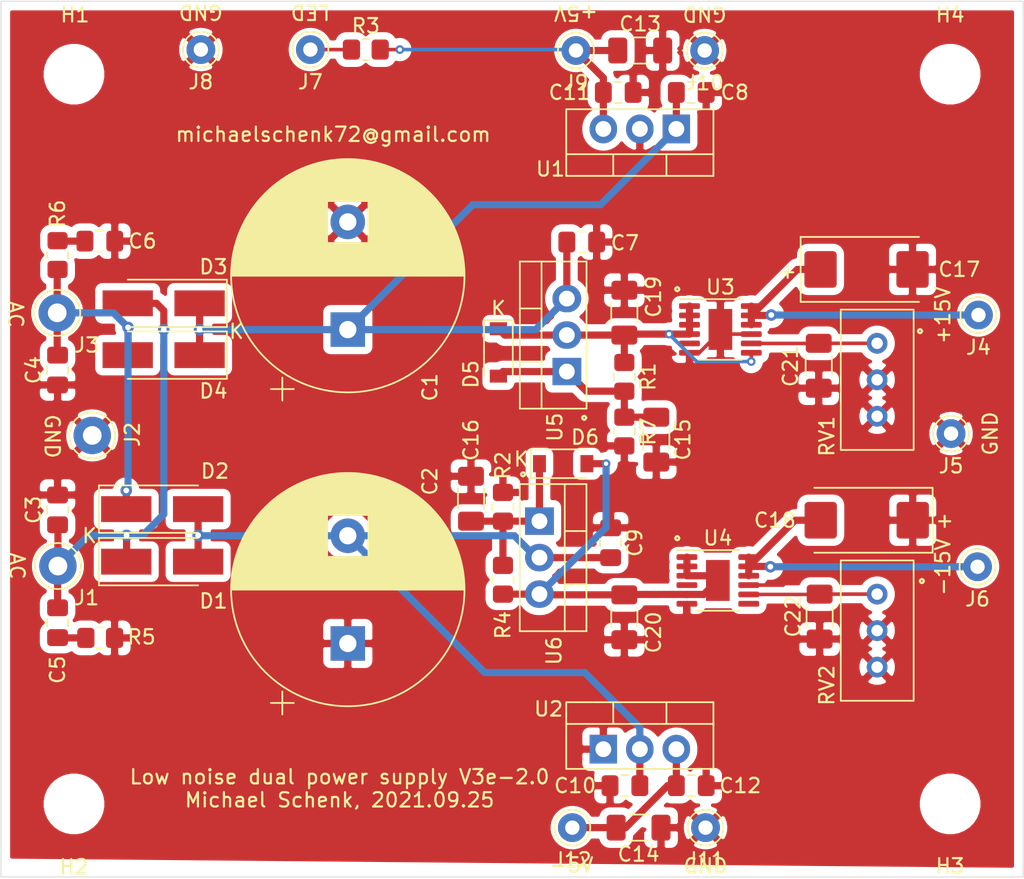
<source format=kicad_pcb>
(kicad_pcb (version 20171130) (host pcbnew "(5.1.10-0-10_14)")
  (layers (0 F.Cu signal) (31 B.Cu signal) (34 B.Paste user) (35 F.Paste user) (36 B.SilkS user) (37 F.SilkS user) (38 B.Mask user) (39 F.Mask user) (44 Edge.Cuts user))
  (net 0 "")
  (net 1 GND)
  (net 2 "Net-(C1-Pad1)")
  (net 3 "Net-(C4-Pad2)")
  (net 4 "Net-(C10-Pad2)")
  (net 5 "Net-(C11-Pad1)")
  (net 6 "Net-(C12-Pad2)")
  (net 7 "Net-(J7-Pad1)")
  (net 8 "Net-(C17-Pad1)")
  (net 9 "Net-(C18-Pad2)")
  (net 10 "Net-(C3-Pad1)")
  (net 11 "Net-(C5-Pad2)")
  (net 12 "Net-(C6-Pad2)")
  (net 13 "Net-(C19-Pad1)")
  (net 14 "Net-(C20-Pad2)")
  (net 15 "Net-(C21-Pad1)")
  (net 16 "Net-(C22-Pad2)")
  (net 17 "Net-(C15-Pad1)")
  (net 18 "Net-(C16-Pad2)")
  (module Connector_Pin:Pin_D1.0mm_L10.0mm (layer F.Cu) (at 148.0185 49.784)
    (fp_text reference J4 (at 0 2.25) (layer F.SilkS))
    (fp_text value +15V)
    (pad 1 thru_hole circle (at 0 0) (size 2 2) (drill 1) (layers *.Cu *.Mask) (net 8 "Net-(C17-Pad1)"))
  )
  (module Diode_SMD:D_SOD-123 (layer F.Cu) (at 119.125 60.1345)
    (fp_text reference D6 (at 1.525 -1.8415) (layer F.SilkS))
    (fp_text value 1N4148W)
    (pad 2 smd rect (at 1.65 0) (size 0.9 1.2) (layers F.Cu F.Paste F.Mask) (net 14 "Net-(C20-Pad2)"))
    (pad 1 smd rect (at -1.65 0) (size 0.9 1.2) (layers F.Cu F.Paste F.Mask) (net 18 "Net-(C16-Pad2)"))
  )
  (module Diode_SMD:D_SOD-123 (layer F.Cu) (at 114.6175 52.3885 270)
    (fp_text reference D5 (at 1.523 1.905 90) (layer F.SilkS))
    (fp_text value 1N4148W)
    (pad 2 smd rect (at 1.65 0 270) (size 0.9 1.2) (layers F.Cu F.Paste F.Mask) (net 17 "Net-(C15-Pad1)"))
    (pad 1 smd rect (at -1.65 0 270) (size 0.9 1.2) (layers F.Cu F.Paste F.Mask) (net 13 "Net-(C19-Pad1)"))
  )
  (module Capacitor_SMD:C_1206_3216Metric_Pad1.33x1.80mm_HandSolder (layer F.Cu) (at 112.7125 62.5725 270)
    (fp_text reference C16 (at -4.089 0 90) (layer F.SilkS))
    (fp_text value 4.7uF/50V)
    (pad 2 smd roundrect (at 1.5625 0 270) (size 1.325 1.8) (layers F.Cu F.Paste F.Mask) (roundrect_rratio 0.188679) (net 18 "Net-(C16-Pad2)"))
    (pad 1 smd roundrect (at -1.5625 0 270) (size 1.325 1.8) (layers F.Cu F.Paste F.Mask) (roundrect_rratio 0.188679) (net 1 GND))
  )
  (module Capacitor_SMD:C_1206_3216Metric_Pad1.33x1.80mm_HandSolder (layer F.Cu) (at 125.603 58.4585 270)
    (fp_text reference C15 (at 0 -1.85 90) (layer F.SilkS))
    (fp_text value 4.7uF/50V)
    (pad 2 smd roundrect (at 1.5625 0 270) (size 1.325 1.8) (layers F.Cu F.Paste F.Mask) (roundrect_rratio 0.188679) (net 1 GND))
    (pad 1 smd roundrect (at -1.5625 0 270) (size 1.325 1.8) (layers F.Cu F.Paste F.Mask) (roundrect_rratio 0.188679) (net 17 "Net-(C15-Pad1)"))
  )
  (module Connector_Pin:Pin_D1.0mm_L10.0mm (layer F.Cu) (at 119.761 85.471)
    (fp_text reference J12 (at 0 2.25) (layer F.SilkS))
    (fp_text value -5V)
    (pad 1 thru_hole circle (at 0 0) (size 2 2) (drill 1) (layers *.Cu *.Mask) (net 6 "Net-(C12-Pad2)"))
  )
  (module Connector_Pin:Pin_D1.0mm_L10.0mm (layer F.Cu) (at 129.032 85.471)
    (fp_text reference J11 (at 0 2.25) (layer F.SilkS))
    (fp_text value GND)
    (pad 1 thru_hole circle (at 0 0) (size 2 2) (drill 1) (layers *.Cu *.Mask) (net 1 GND))
  )
  (module Connector_Pin:Pin_D1.0mm_L10.0mm (layer F.Cu) (at 128.9685 31.369)
    (fp_text reference J10 (at 0 2.25) (layer F.SilkS))
    (fp_text value GND)
    (pad 1 thru_hole circle (at 0 0) (size 2 2) (drill 1) (layers *.Cu *.Mask) (net 1 GND))
  )
  (module Connector_Pin:Pin_D1.0mm_L10.0mm (layer F.Cu) (at 120.015 31.369)
    (fp_text reference J9 (at 0 2.25) (layer F.SilkS))
    (fp_text value +5V)
    (pad 1 thru_hole circle (at 0 0) (size 2 2) (drill 1) (layers *.Cu *.Mask) (net 5 "Net-(C11-Pad1)"))
  )
  (module Connector_Pin:Pin_D1.0mm_L10.0mm (layer F.Cu) (at 93.9165 31.3055)
    (fp_text reference J8 (at 0 2.25) (layer F.SilkS))
    (fp_text value GND)
    (pad 1 thru_hole circle (at 0 0) (size 2 2) (drill 1) (layers *.Cu *.Mask) (net 1 GND))
  )
  (module Connector_Pin:Pin_D1.0mm_L10.0mm (layer F.Cu) (at 101.5365 31.3055)
    (fp_text reference J7 (at 0 2.25) (layer F.SilkS))
    (fp_text value LED)
    (pad 1 thru_hole circle (at 0 0) (size 2 2) (drill 1) (layers *.Cu *.Mask) (net 7 "Net-(J7-Pad1)"))
  )
  (module Connector_Pin:Pin_D1.0mm_L10.0mm (layer F.Cu) (at 147.955 67.31)
    (fp_text reference J6 (at 0 2.25) (layer F.SilkS))
    (fp_text value -15V)
    (pad 1 thru_hole circle (at 0 0) (size 2 2) (drill 1) (layers *.Cu *.Mask) (net 9 "Net-(C18-Pad2)"))
  )
  (module Connector_Pin:Pin_D1.0mm_L10.0mm (layer F.Cu) (at 146.1135 58.039)
    (fp_text reference J5 (at 0 2.25) (layer F.SilkS))
    (fp_text value GND)
    (pad 1 thru_hole circle (at 0 0) (size 2 2) (drill 1) (layers *.Cu *.Mask) (net 1 GND))
  )
  (module Resistor_SMD:R_0805_2012Metric_Pad1.20x1.40mm_HandSolder (layer F.Cu) (at 114.935 68.215 270)
    (fp_text reference R4 (at 3.159 0 90) (layer F.SilkS))
    (fp_text value 270R)
    (pad 2 smd roundrect (at 1 0 270) (size 1.2 1.4) (layers F.Cu F.Paste F.Mask) (roundrect_rratio 0.2083325) (net 14 "Net-(C20-Pad2)"))
    (pad 1 smd roundrect (at -1 0 270) (size 1.2 1.4) (layers F.Cu F.Paste F.Mask) (roundrect_rratio 0.2083325) (net 18 "Net-(C16-Pad2)"))
  )
  (module Resistor_SMD:R_0805_2012Metric_Pad1.20x1.40mm_HandSolder (layer F.Cu) (at 114.935 63.135 270)
    (fp_text reference R2 (at -2.8735 0 90) (layer F.SilkS))
    (fp_text value 3k3)
    (pad 2 smd roundrect (at 1 0 270) (size 1.2 1.4) (layers F.Cu F.Paste F.Mask) (roundrect_rratio 0.2083325) (net 18 "Net-(C16-Pad2)"))
    (pad 1 smd roundrect (at -1 0 270) (size 1.2 1.4) (layers F.Cu F.Paste F.Mask) (roundrect_rratio 0.2083325) (net 1 GND))
  )
  (module Package_TO_SOT_THT:TO-220-3_Vertical (layer F.Cu) (at 117.475 64.135 270)
    (fp_text reference U6 (at 9.017 -1.016 90) (layer F.SilkS))
    (fp_text value LM337_TO220)
    (pad 3 thru_hole oval (at 5.08 0 270) (size 1.905 2) (drill 1.1) (layers *.Cu *.Mask) (net 14 "Net-(C20-Pad2)"))
    (pad 2 thru_hole oval (at 2.54 0 270) (size 1.905 2) (drill 1.1) (layers *.Cu *.Mask) (net 4 "Net-(C10-Pad2)"))
    (pad 1 thru_hole rect (at 0 0 270) (size 1.905 2) (drill 1.1) (layers *.Cu *.Mask) (net 18 "Net-(C16-Pad2)"))
  )
  (module Package_TO_SOT_THT:TO-220-3_Vertical (layer F.Cu) (at 119.38 53.721 90)
    (fp_text reference U5 (at -3.8735 -0.8255 90) (layer F.SilkS))
    (fp_text value LM317_TO-220)
    (pad 3 thru_hole oval (at 5.08 0 90) (size 1.905 2) (drill 1.1) (layers *.Cu *.Mask) (net 2 "Net-(C1-Pad1)"))
    (pad 2 thru_hole oval (at 2.54 0 90) (size 1.905 2) (drill 1.1) (layers *.Cu *.Mask) (net 13 "Net-(C19-Pad1)"))
    (pad 1 thru_hole rect (at 0 0 90) (size 1.905 2) (drill 1.1) (layers *.Cu *.Mask) (net 17 "Net-(C15-Pad1)"))
  )
  (module Resistor_SMD:R_0805_2012Metric_Pad1.20x1.40mm_HandSolder (layer F.Cu) (at 123.3805 57.896 270)
    (fp_text reference R7 (at 0 -1.65 90) (layer F.SilkS))
    (fp_text value 3k3)
    (pad 2 smd roundrect (at 1 0 270) (size 1.2 1.4) (layers F.Cu F.Paste F.Mask) (roundrect_rratio 0.2083325) (net 1 GND))
    (pad 1 smd roundrect (at -1 0 270) (size 1.2 1.4) (layers F.Cu F.Paste F.Mask) (roundrect_rratio 0.2083325) (net 17 "Net-(C15-Pad1)"))
  )
  (module Resistor_SMD:R_0805_2012Metric_Pad1.20x1.40mm_HandSolder (layer F.Cu) (at 123.3805 54.086 270)
    (fp_text reference R1 (at 0 -1.65 90) (layer F.SilkS))
    (fp_text value 270R)
    (pad 2 smd roundrect (at 1 0 270) (size 1.2 1.4) (layers F.Cu F.Paste F.Mask) (roundrect_rratio 0.2083325) (net 17 "Net-(C15-Pad1)"))
    (pad 1 smd roundrect (at -1 0 270) (size 1.2 1.4) (layers F.Cu F.Paste F.Mask) (roundrect_rratio 0.2083325) (net 13 "Net-(C19-Pad1)"))
  )
  (module Capacitor_SMD:C_1206_3216Metric_Pad1.33x1.80mm_HandSolder (layer F.Cu) (at 124.3715 85.471 180)
    (fp_text reference C14 (at 0 -1.85) (layer F.SilkS))
    (fp_text value 10uF/25V)
    (pad 2 smd roundrect (at 1.5625 0 180) (size 1.325 1.8) (layers F.Cu F.Paste F.Mask) (roundrect_rratio 0.1886777358490566) (net 6 "Net-(C12-Pad2)"))
    (pad 1 smd roundrect (at -1.5625 0 180) (size 1.325 1.8) (layers F.Cu F.Paste F.Mask) (roundrect_rratio 0.1886777358490566) (net 1 GND))
  )
  (module Capacitor_SMD:C_1206_3216Metric_Pad1.33x1.80mm_HandSolder (layer F.Cu) (at 124.485 31.369)
    (fp_text reference C13 (at 0 -1.85) (layer F.SilkS))
    (fp_text value 10uF/25V)
    (pad 2 smd roundrect (at 1.5625 0) (size 1.325 1.8) (layers F.Cu F.Paste F.Mask) (roundrect_rratio 0.1886777358490566) (net 1 GND))
    (pad 1 smd roundrect (at -1.5625 0) (size 1.325 1.8) (layers F.Cu F.Paste F.Mask) (roundrect_rratio 0.1886777358490566) (net 5 "Net-(C11-Pad1)"))
  )
  (module Capacitor_SMD:C_0805_2012Metric_Pad1.18x1.45mm_HandSolder (layer F.Cu) (at 122.9575 34.29)
    (fp_text reference C11 (at -3.387 0) (layer F.SilkS))
    (fp_text value 100nF)
    (pad 2 smd roundrect (at 1.0375 0) (size 1.175 1.45) (layers F.Cu F.Paste F.Mask) (roundrect_rratio 0.2127659574468085) (net 1 GND))
    (pad 1 smd roundrect (at -1.0375 0) (size 1.175 1.45) (layers F.Cu F.Paste F.Mask) (roundrect_rratio 0.2127659574468085) (net 5 "Net-(C11-Pad1)"))
  )
  (module Resistor_SMD:R_0805_2012Metric_Pad1.20x1.40mm_HandSolder (layer F.Cu) (at 83.947 45.609 270)
    (fp_text reference R6 (at -2.8735 0 90) (layer F.SilkS))
    (fp_text value Rs/1/8W)
    (pad 2 smd roundrect (at 1 0 270) (size 1.2 1.4) (layers F.Cu F.Paste F.Mask) (roundrect_rratio 0.2083325) (net 3 "Net-(C4-Pad2)"))
    (pad 1 smd roundrect (at -1 0 270) (size 1.2 1.4) (layers F.Cu F.Paste F.Mask) (roundrect_rratio 0.2083325) (net 12 "Net-(C6-Pad2)"))
  )
  (module Resistor_SMD:R_0805_2012Metric_Pad1.20x1.40mm_HandSolder (layer F.Cu) (at 86.9155 72.263)
    (fp_text reference R5 (at 2.8735 -0.0635) (layer F.SilkS))
    (fp_text value Rs/1/8W)
    (pad 2 smd roundrect (at 1 0) (size 1.2 1.4) (layers F.Cu F.Paste F.Mask) (roundrect_rratio 0.2083325) (net 1 GND))
    (pad 1 smd roundrect (at -1 0) (size 1.2 1.4) (layers F.Cu F.Paste F.Mask) (roundrect_rratio 0.2083325) (net 11 "Net-(C5-Pad2)"))
  )
  (module Capacitor_SMD:C_1206_3216Metric_Pad1.33x1.80mm_HandSolder (layer F.Cu) (at 136.9695 70.7775 90)
    (fp_text reference C22 (at 0 -1.85 90) (layer F.SilkS))
    (fp_text value 4.7uF/50V)
    (pad 2 smd roundrect (at 1.5625 0 90) (size 1.325 1.8) (layers F.Cu F.Paste F.Mask) (roundrect_rratio 0.1886777358490566) (net 16 "Net-(C22-Pad2)"))
    (pad 1 smd roundrect (at -1.5625 0 90) (size 1.325 1.8) (layers F.Cu F.Paste F.Mask) (roundrect_rratio 0.1886777358490566) (net 1 GND))
  )
  (module Capacitor_SMD:C_1206_3216Metric_Pad1.33x1.80mm_HandSolder (layer F.Cu) (at 136.906 53.315 270)
    (fp_text reference C21 (at 0.025 1.9685 90) (layer F.SilkS))
    (fp_text value 4.7uF/50V)
    (pad 2 smd roundrect (at 1.5625 0 270) (size 1.325 1.8) (layers F.Cu F.Paste F.Mask) (roundrect_rratio 0.1886777358490566) (net 1 GND))
    (pad 1 smd roundrect (at -1.5625 0 270) (size 1.325 1.8) (layers F.Cu F.Paste F.Mask) (roundrect_rratio 0.1886777358490566) (net 15 "Net-(C21-Pad1)"))
  )
  (module Capacitor_SMD:C_1206_3216Metric_Pad1.33x1.80mm_HandSolder (layer F.Cu) (at 123.3805 70.8275 90)
    (fp_text reference C20 (at -1.0545 2.032 90) (layer F.SilkS))
    (fp_text value 4.7uF/50V)
    (pad 2 smd roundrect (at 1.5625 0 90) (size 1.325 1.8) (layers F.Cu F.Paste F.Mask) (roundrect_rratio 0.1886777358490566) (net 14 "Net-(C20-Pad2)"))
    (pad 1 smd roundrect (at -1.5625 0 90) (size 1.325 1.8) (layers F.Cu F.Paste F.Mask) (roundrect_rratio 0.1886777358490566) (net 1 GND))
  )
  (module Capacitor_SMD:C_1206_3216Metric_Pad1.33x1.80mm_HandSolder (layer F.Cu) (at 123.3805 49.6185 90)
    (fp_text reference C19 (at 1.1045 2.032 90) (layer F.SilkS))
    (fp_text value 4.7uF/50V)
    (pad 2 smd roundrect (at 1.5625 0 90) (size 1.325 1.8) (layers F.Cu F.Paste F.Mask) (roundrect_rratio 0.1886777358490566) (net 1 GND))
    (pad 1 smd roundrect (at -1.5625 0 90) (size 1.325 1.8) (layers F.Cu F.Paste F.Mask) (roundrect_rratio 0.1886777358490566) (net 13 "Net-(C19-Pad1)"))
  )
  (module Capacitor_SMD:C_0805_2012Metric_Pad1.18x1.45mm_HandSolder (layer F.Cu) (at 122.428 65.6375 270)
    (fp_text reference C9 (at 0 -1.68 90) (layer F.SilkS))
    (fp_text value 330nF)
    (pad 2 smd roundrect (at 1.0375 0 270) (size 1.175 1.45) (layers F.Cu F.Paste F.Mask) (roundrect_rratio 0.2127659574468085) (net 4 "Net-(C10-Pad2)"))
    (pad 1 smd roundrect (at -1.0375 0 270) (size 1.175 1.45) (layers F.Cu F.Paste F.Mask) (roundrect_rratio 0.2127659574468085) (net 1 GND))
  )
  (module Capacitor_SMD:C_0805_2012Metric_Pad1.18x1.45mm_HandSolder (layer F.Cu) (at 120.4175 44.704)
    (fp_text reference C7 (at 3.006 0.0635) (layer F.SilkS))
    (fp_text value 330nF)
    (pad 2 smd roundrect (at 1.0375 0) (size 1.175 1.45) (layers F.Cu F.Paste F.Mask) (roundrect_rratio 0.2127659574468085) (net 1 GND))
    (pad 1 smd roundrect (at -1.0375 0) (size 1.175 1.45) (layers F.Cu F.Paste F.Mask) (roundrect_rratio 0.2127659574468085) (net 2 "Net-(C1-Pad1)"))
  )
  (module Capacitor_SMD:C_0805_2012Metric_Pad1.18x1.45mm_HandSolder (layer F.Cu) (at 86.8895 44.6405 180)
    (fp_text reference C6 (at -2.963 0) (layer F.SilkS))
    (fp_text value Cs/50V)
    (pad 2 smd roundrect (at 1.0375 0 180) (size 1.175 1.45) (layers F.Cu F.Paste F.Mask) (roundrect_rratio 0.2127659574468085) (net 12 "Net-(C6-Pad2)"))
    (pad 1 smd roundrect (at -1.0375 0 180) (size 1.175 1.45) (layers F.Cu F.Paste F.Mask) (roundrect_rratio 0.2127659574468085) (net 1 GND))
  )
  (module Capacitor_SMD:C_0805_2012Metric_Pad1.18x1.45mm_HandSolder (layer F.Cu) (at 83.947 71.205 270)
    (fp_text reference C5 (at 3.2805 0 90) (layer F.SilkS))
    (fp_text value Cs/50V)
    (pad 2 smd roundrect (at 1.0375 0 270) (size 1.175 1.45) (layers F.Cu F.Paste F.Mask) (roundrect_rratio 0.2127659574468085) (net 11 "Net-(C5-Pad2)"))
    (pad 1 smd roundrect (at -1.0375 0 270) (size 1.175 1.45) (layers F.Cu F.Paste F.Mask) (roundrect_rratio 0.2127659574468085) (net 10 "Net-(C3-Pad1)"))
  )
  (module Capacitor_SMD:C_0805_2012Metric_Pad1.18x1.45mm_HandSolder (layer F.Cu) (at 83.947 53.6155 90)
    (fp_text reference C4 (at 0 -1.68 90) (layer F.SilkS))
    (fp_text value Cx/10nF/50V)
    (pad 2 smd roundrect (at 1.0375 0 90) (size 1.175 1.45) (layers F.Cu F.Paste F.Mask) (roundrect_rratio 0.2127659574468085) (net 3 "Net-(C4-Pad2)"))
    (pad 1 smd roundrect (at -1.0375 0 90) (size 1.175 1.45) (layers F.Cu F.Paste F.Mask) (roundrect_rratio 0.2127659574468085) (net 1 GND))
  )
  (module Capacitor_SMD:C_0805_2012Metric_Pad1.18x1.45mm_HandSolder (layer F.Cu) (at 83.947 63.3515 90)
    (fp_text reference C3 (at 0 -1.68 90) (layer F.SilkS))
    (fp_text value Cx/10nF/50V)
    (pad 2 smd roundrect (at 1.0375 0 90) (size 1.175 1.45) (layers F.Cu F.Paste F.Mask) (roundrect_rratio 0.2127659574468085) (net 1 GND))
    (pad 1 smd roundrect (at -1.0375 0 90) (size 1.175 1.45) (layers F.Cu F.Paste F.Mask) (roundrect_rratio 0.2127659574468085) (net 10 "Net-(C3-Pad1)"))
  )
  (module Capacitor_Tantalum_SMD:CP_EIA-7343-31_Kemet-D_Pad2.25x2.55mm_HandSolder (layer F.Cu) (at 140.2465 64.0715 180)
    (fp_text reference C18 (at 6.3885 0) (layer F.SilkS))
    (fp_text value 33uF)
    (pad 2 smd roundrect (at 3.2 0 180) (size 2.25 2.55) (layers F.Cu F.Paste F.Mask) (roundrect_rratio 0.1111106666666667) (net 9 "Net-(C18-Pad2)"))
    (pad 1 smd roundrect (at -3.2 0 180) (size 2.25 2.55) (layers F.Cu F.Paste F.Mask) (roundrect_rratio 0.1111106666666667) (net 1 GND))
  )
  (module Capacitor_Tantalum_SMD:CP_EIA-7343-31_Kemet-D_Pad2.25x2.55mm_HandSolder (layer F.Cu) (at 140.233 46.609)
    (fp_text reference C17 (at 6.452 0) (layer F.SilkS))
    (fp_text value 33uF)
    (pad 2 smd roundrect (at 3.2 0) (size 2.25 2.55) (layers F.Cu F.Paste F.Mask) (roundrect_rratio 0.1111106666666667) (net 1 GND))
    (pad 1 smd roundrect (at -3.2 0) (size 2.25 2.55) (layers F.Cu F.Paste F.Mask) (roundrect_rratio 0.1111106666666667) (net 8 "Net-(C17-Pad1)"))
  )
  (module Package_TO_SOT_THT:TO-220-3_Vertical (layer F.Cu) (at 121.92 80.01)
    (fp_text reference U2 (at -3.81 -2.794) (layer F.SilkS))
    (fp_text value LM7905_TO220)
    (pad 3 thru_hole oval (at 5.08 0) (size 1.905 2) (drill 1.1) (layers *.Cu *.Mask) (net 6 "Net-(C12-Pad2)"))
    (pad 2 thru_hole oval (at 2.54 0) (size 1.905 2) (drill 1.1) (layers *.Cu *.Mask) (net 4 "Net-(C10-Pad2)"))
    (pad 1 thru_hole rect (at 0 0) (size 1.905 2) (drill 1.1) (layers *.Cu *.Mask) (net 1 GND))
  )
  (module Package_TO_SOT_THT:TO-220-3_Vertical (layer F.Cu) (at 127 36.83 180)
    (fp_text reference U1 (at 8.763 -2.794) (layer F.SilkS))
    (fp_text value LM7805_TO220)
    (pad 3 thru_hole oval (at 5.08 0 180) (size 1.905 2) (drill 1.1) (layers *.Cu *.Mask) (net 5 "Net-(C11-Pad1)"))
    (pad 2 thru_hole oval (at 2.54 0 180) (size 1.905 2) (drill 1.1) (layers *.Cu *.Mask) (net 1 GND))
    (pad 1 thru_hole rect (at 0 0 180) (size 1.905 2) (drill 1.1) (layers *.Cu *.Mask) (net 2 "Net-(C1-Pad1)"))
  )
  (module Diode_SMD:D_SMA_Handsoldering (layer F.Cu) (at 91.3276 52.578 180)
    (fp_text reference D4 (at -3.4652 -2.5) (layer F.SilkS))
    (fp_text value BYG20D)
    (pad 2 smd rect (at 2.5 0 180) (size 3.5 1.8) (layers F.Cu F.Paste F.Mask) (net 3 "Net-(C4-Pad2)"))
    (pad 1 smd rect (at -2.5 0 180) (size 3.5 1.8) (layers F.Cu F.Paste F.Mask) (net 2 "Net-(C1-Pad1)"))
  )
  (module Diode_SMD:D_SMA_Handsoldering (layer F.Cu) (at 91.3276 48.9712 180)
    (fp_text reference D3 (at -3.4652 2.54) (layer F.SilkS))
    (fp_text value BYG20D)
    (pad 2 smd rect (at 2.5 0 180) (size 3.5 1.8) (layers F.Cu F.Paste F.Mask) (net 10 "Net-(C3-Pad1)"))
    (pad 1 smd rect (at -2.5 0 180) (size 3.5 1.8) (layers F.Cu F.Paste F.Mask) (net 2 "Net-(C1-Pad1)"))
  )
  (module Diode_SMD:D_SMA_Handsoldering (layer F.Cu) (at 91.226 63.2968)
    (fp_text reference D2 (at 3.6684 -2.6416) (layer F.SilkS))
    (fp_text value BYG20D)
    (pad 2 smd rect (at 2.5 0) (size 3.5 1.8) (layers F.Cu F.Paste F.Mask) (net 4 "Net-(C10-Pad2)"))
    (pad 1 smd rect (at -2.5 0) (size 3.5 1.8) (layers F.Cu F.Paste F.Mask) (net 3 "Net-(C4-Pad2)"))
  )
  (module Diode_SMD:D_SMA_Handsoldering (layer F.Cu) (at 91.226 66.9544)
    (fp_text reference D1 (at 3.5668 2.7432) (layer F.SilkS))
    (fp_text value BYG20D)
    (pad 2 smd rect (at 2.5 0) (size 3.5 1.8) (layers F.Cu F.Paste F.Mask) (net 4 "Net-(C10-Pad2)"))
    (pad 1 smd rect (at -2.5 0) (size 3.5 1.8) (layers F.Cu F.Paste F.Mask) (net 10 "Net-(C3-Pad1)"))
  )
  (module Package_SO:MSOP-12-1EP_3x4mm_P0.65mm_EP1.65x2.85mm (layer F.Cu) (at 129.8866 68.2619)
    (fp_text reference U4 (at 0 -2.95) (layer F.SilkS))
    (fp_text value LT3094xMSE)
    (pad 13 smd rect (at 0 0) (size 1.65 2.85) (layers F.Cu F.Mask) (net 14 "Net-(C20-Pad2)"))
    (pad 12 smd roundrect (at 2.15 -1.625) (size 1.45 0.4) (layers F.Cu F.Paste F.Mask) (net 9 "Net-(C18-Pad2)"))
    (pad 11 smd roundrect (at 2.15 -0.975) (size 1.45 0.4) (layers F.Cu F.Paste F.Mask) (net 9 "Net-(C18-Pad2)"))
    (pad 10 smd roundrect (at 2.15 -0.325) (size 1.45 0.4) (layers F.Cu F.Paste F.Mask) (net 9 "Net-(C18-Pad2)"))
    (pad 9 smd roundrect (at 2.15 0.325) (size 1.45 0.4) (layers F.Cu F.Paste F.Mask) (net 1 GND))
    (pad 8 smd roundrect (at 2.15 0.975) (size 1.45 0.4) (layers F.Cu F.Paste F.Mask) (net 16 "Net-(C22-Pad2)"))
    (pad 7 smd roundrect (at 2.15 1.625) (size 1.45 0.4) (layers F.Cu F.Paste F.Mask))
    (pad 6 smd roundrect (at -2.15 1.625) (size 1.45 0.4) (layers F.Cu F.Paste F.Mask) (net 1 GND))
    (pad 5 smd roundrect (at -2.15 0.975) (size 1.45 0.4) (layers F.Cu F.Paste F.Mask) (net 14 "Net-(C20-Pad2)"))
    (pad 4 smd roundrect (at -2.15 0.325) (size 1.45 0.4) (layers F.Cu F.Paste F.Mask))
    (pad 3 smd roundrect (at -2.15 -0.325) (size 1.45 0.4) (layers F.Cu F.Paste F.Mask) (net 14 "Net-(C20-Pad2)"))
    (pad 2 smd roundrect (at -2.15 -0.975) (size 1.45 0.4) (layers F.Cu F.Paste F.Mask) (net 14 "Net-(C20-Pad2)"))
    (pad 1 smd roundrect (at -2.15 -1.625) (size 1.45 0.4) (layers F.Cu F.Paste F.Mask) (net 14 "Net-(C20-Pad2)"))
  )
  (module Capacitor_THT:CP_Radial_D16.0mm_P7.50mm (layer F.Cu) (at 104.14 72.651 90)
    (fp_text reference C2 (at 11.2846 5.715 90) (layer F.SilkS))
    (fp_text value 2200uF)
    (pad 2 thru_hole circle (at 7.5 0 90) (size 2.4 2.4) (drill 1.2) (layers *.Cu *.Mask) (net 4 "Net-(C10-Pad2)"))
    (pad 1 thru_hole rect (at 0 0 90) (size 2.4 2.4) (drill 1.2) (layers *.Cu *.Mask) (net 1 GND))
  )
  (module Capacitor_THT:CP_Radial_D16.0mm_P7.50mm (layer F.Cu) (at 104.14 50.8 90)
    (fp_text reference C1 (at -4.0132 5.715 90) (layer F.SilkS))
    (fp_text value 2200uF)
    (pad 2 thru_hole circle (at 7.5 0 90) (size 2.4 2.4) (drill 1.2) (layers *.Cu *.Mask) (net 1 GND))
    (pad 1 thru_hole rect (at 0 0 90) (size 2.4 2.4) (drill 1.2) (layers *.Cu *.Mask) (net 2 "Net-(C1-Pad1)"))
  )
  (module Resistor_SMD:R_0805_2012Metric_Pad1.20x1.40mm_HandSolder (layer F.Cu) (at 105.394 31.3055)
    (fp_text reference R3 (at 0 -1.65) (layer F.SilkS))
    (fp_text value 240R)
    (pad 2 smd roundrect (at 1 0) (size 1.2 1.4) (layers F.Cu F.Paste F.Mask) (roundrect_rratio 0.2083325) (net 5 "Net-(C11-Pad1)"))
    (pad 1 smd roundrect (at -1 0) (size 1.2 1.4) (layers F.Cu F.Paste F.Mask) (roundrect_rratio 0.2083325) (net 7 "Net-(J7-Pad1)"))
  )
  (module Capacitor_SMD:C_0805_2012Metric_Pad1.18x1.45mm_HandSolder (layer F.Cu) (at 128.0375 82.55 180)
    (fp_text reference C12 (at -3.4075 0) (layer F.SilkS))
    (fp_text value 100nF)
    (pad 2 smd roundrect (at 1.0375 0 180) (size 1.175 1.45) (layers F.Cu F.Paste F.Mask) (roundrect_rratio 0.2127659574468085) (net 6 "Net-(C12-Pad2)"))
    (pad 1 smd roundrect (at -1.0375 0 180) (size 1.175 1.45) (layers F.Cu F.Paste F.Mask) (roundrect_rratio 0.2127659574468085) (net 1 GND))
  )
  (module Capacitor_SMD:C_0805_2012Metric_Pad1.18x1.45mm_HandSolder (layer F.Cu) (at 123.4225 82.55)
    (fp_text reference C10 (at -3.471 0) (layer F.SilkS))
    (fp_text value 330nF)
    (pad 2 smd roundrect (at 1.0375 0) (size 1.175 1.45) (layers F.Cu F.Paste F.Mask) (roundrect_rratio 0.2127659574468085) (net 4 "Net-(C10-Pad2)"))
    (pad 1 smd roundrect (at -1.0375 0) (size 1.175 1.45) (layers F.Cu F.Paste F.Mask) (roundrect_rratio 0.2127659574468085) (net 1 GND))
  )
  (module Capacitor_SMD:C_0805_2012Metric_Pad1.18x1.45mm_HandSolder (layer F.Cu) (at 128.0375 34.29)
    (fp_text reference C8 (at 3.0265 0) (layer F.SilkS))
    (fp_text value 330nF)
    (pad 2 smd roundrect (at 1.0375 0) (size 1.175 1.45) (layers F.Cu F.Paste F.Mask) (roundrect_rratio 0.2127659574468085) (net 1 GND))
    (pad 1 smd roundrect (at -1.0375 0) (size 1.175 1.45) (layers F.Cu F.Paste F.Mask) (roundrect_rratio 0.2127659574468085) (net 2 "Net-(C1-Pad1)"))
  )
  (module Potentiometer_THT:Potentiometer_Bourns_3296W_Vertical (layer F.Cu) (at 140.97 69.215 90)
    (fp_text reference RV2 (at -6.35 -3.4925 90) (layer F.SilkS))
    (fp_text value 200k)
    (pad 3 thru_hole circle (at -5.08 0 90) (size 1.44 1.44) (drill 0.8) (layers *.Cu *.Mask) (net 1 GND))
    (pad 2 thru_hole circle (at -2.54 0 90) (size 1.44 1.44) (drill 0.8) (layers *.Cu *.Mask) (net 1 GND))
    (pad 1 thru_hole circle (at 0 0 90) (size 1.44 1.44) (drill 0.8) (layers *.Cu *.Mask) (net 16 "Net-(C22-Pad2)"))
  )
  (module Package_SO:MSOP-12-1EP_3x4mm_P0.65mm_EP1.65x2.85mm (layer F.Cu) (at 130.0644 50.7879)
    (fp_text reference U3 (at 0 -2.95) (layer F.SilkS))
    (fp_text value LT3045xMSE)
    (pad 13 smd rect (at 0 0) (size 1.65 2.85) (layers F.Cu F.Mask) (net 1 GND))
    (pad 12 smd roundrect (at 2.15 -1.625) (size 1.45 0.4) (layers F.Cu F.Paste F.Mask) (net 8 "Net-(C17-Pad1)"))
    (pad 11 smd roundrect (at 2.15 -0.975) (size 1.45 0.4) (layers F.Cu F.Paste F.Mask) (net 8 "Net-(C17-Pad1)"))
    (pad 10 smd roundrect (at 2.15 -0.325) (size 1.45 0.4) (layers F.Cu F.Paste F.Mask) (net 8 "Net-(C17-Pad1)"))
    (pad 9 smd roundrect (at 2.15 0.325) (size 1.45 0.4) (layers F.Cu F.Paste F.Mask) (net 1 GND))
    (pad 8 smd roundrect (at 2.15 0.975) (size 1.45 0.4) (layers F.Cu F.Paste F.Mask) (net 15 "Net-(C21-Pad1)"))
    (pad 7 smd roundrect (at 2.15 1.625) (size 1.45 0.4) (layers F.Cu F.Paste F.Mask) (net 13 "Net-(C19-Pad1)"))
    (pad 6 smd roundrect (at -2.15 1.625) (size 1.45 0.4) (layers F.Cu F.Paste F.Mask) (net 1 GND))
    (pad 5 smd roundrect (at -2.15 0.975) (size 1.45 0.4) (layers F.Cu F.Paste F.Mask))
    (pad 4 smd roundrect (at -2.15 0.325) (size 1.45 0.4) (layers F.Cu F.Paste F.Mask) (net 13 "Net-(C19-Pad1)"))
    (pad 3 smd roundrect (at -2.15 -0.325) (size 1.45 0.4) (layers F.Cu F.Paste F.Mask) (net 13 "Net-(C19-Pad1)"))
    (pad 2 smd roundrect (at -2.15 -0.975) (size 1.45 0.4) (layers F.Cu F.Paste F.Mask) (net 13 "Net-(C19-Pad1)"))
    (pad 1 smd roundrect (at -2.15 -1.625) (size 1.45 0.4) (layers F.Cu F.Paste F.Mask) (net 13 "Net-(C19-Pad1)"))
  )
  (module Potentiometer_THT:Potentiometer_Bourns_3296W_Vertical (layer F.Cu) (at 140.97 51.7525 90)
    (fp_text reference RV1 (at -6.477 -3.4925 90) (layer F.SilkS))
    (fp_text value 200k)
    (pad 3 thru_hole circle (at -5.08 0 90) (size 1.44 1.44) (drill 0.8) (layers *.Cu *.Mask) (net 1 GND))
    (pad 2 thru_hole circle (at -2.54 0 90) (size 1.44 1.44) (drill 0.8) (layers *.Cu *.Mask) (net 1 GND))
    (pad 1 thru_hole circle (at 0 0 90) (size 1.44 1.44) (drill 0.8) (layers *.Cu *.Mask) (net 15 "Net-(C21-Pad1)"))
  )
  (module Connector_Pin:Pin_D1.3mm_L11.0mm (layer F.Cu) (at 83.9216 49.6316)
    (fp_text reference J3 (at 2.0574 2.2479 180) (layer F.SilkS))
    (fp_text value AC)
    (pad 1 thru_hole circle (at 0 0) (size 2.6 2.6) (drill 1.3) (layers *.Cu *.Mask) (net 3 "Net-(C4-Pad2)"))
  )
  (module Connector_Pin:Pin_D1.3mm_L11.0mm (layer F.Cu) (at 86.36 58.166)
    (fp_text reference J2 (at 2.794 -0.0635 270) (layer F.SilkS))
    (fp_text value GND)
    (pad 1 thru_hole circle (at 0 0) (size 2.6 2.6) (drill 1.3) (layers *.Cu *.Mask) (net 1 GND))
  )
  (module Connector_Pin:Pin_D1.3mm_L11.0mm (layer F.Cu) (at 83.9724 67.2592)
    (fp_text reference J1 (at 2.0066 2.2098) (layer F.SilkS))
    (fp_text value AC)
    (pad 1 thru_hole circle (at 0 0) (size 2.6 2.6) (drill 1.3) (layers *.Cu *.Mask) (net 10 "Net-(C3-Pad1)"))
  )
  (module MountingHole:MountingHole_3.2mm_M3 (layer F.Cu) (at 146.05 33.02)
    (fp_text reference H4 (at 0 -4.1275) (layer F.SilkS))
    (fp_text value MountingHole)
    (pad 1 np_thru_hole circle (at 0 0) (size 3.2 3.2) (drill 3.2) (layers *.Cu *.Mask))
  )
  (module MountingHole:MountingHole_3.2mm_M3 (layer F.Cu) (at 146.05 83.82)
    (fp_text reference H3 (at 0 4.318) (layer F.SilkS))
    (fp_text value MountingHole)
    (pad 1 np_thru_hole circle (at 0 0) (size 3.2 3.2) (drill 3.2) (layers *.Cu *.Mask))
  )
  (module MountingHole:MountingHole_3.2mm_M3 (layer F.Cu) (at 85.09 83.82)
    (fp_text reference H2 (at 0 4.3815) (layer F.SilkS))
    (fp_text value MountingHole)
    (pad 1 np_thru_hole circle (at 0 0) (size 3.2 3.2) (drill 3.2) (layers *.Cu *.Mask))
  )
  (module MountingHole:MountingHole_3.2mm_M3 (layer F.Cu) (at 85.09 33.02)
    (fp_text reference H1 (at 0.0635 -4.1275) (layer F.SilkS))
    (fp_text value MountingHole)
    (pad 1 np_thru_hole circle (at 0 0) (size 3.2 3.2) (drill 3.2) (layers *.Cu *.Mask))
  )
  (gr_text K (at 116.205 59.817) (layer F.SilkS) (effects (font (size 1 1))))
  (gr_text K (at 114.6175 49.3395) (layer F.SilkS) (effects (font (size 1 1))))
  (gr_text ° (at 116.332 61.2775) (layer F.SilkS) (effects (font (size 1 1))))
  (gr_text ° (at 120.5865 57.3405) (layer F.SilkS) (effects (font (size 1 1))))
  (gr_text + (at 145.669 64.0715) (layer F.SilkS) (effects (font (size 1 1))))
  (gr_text + (at 134.747 46.736) (layer F.SilkS) (effects (font (size 1 1))))
  (gr_text ° (at 144.0815 68.707) (layer F.SilkS) (effects (font (size 1 1))))
  (gr_text ° (at 143.9545 51.308) (layer F.SilkS) (effects (font (size 1 1))))
  (gr_text ° (at 127.0635 65.7225) (layer F.SilkS) (effects (font (size 1 1))))
  (gr_text ° (at 127.0635 48.387) (layer F.SilkS) (effects (font (size 1 1))))
  (gr_text K (at 86.1695 65.151) (layer F.SilkS) (effects (font (size 1 1))))
  (gr_text K (at 96.393 50.927) (layer F.SilkS) (effects (font (size 1 1))))
  (gr_text "Low noise dual power supply V3e-2.0\nMichael Schenk, 2021.09.25" (at 103.5685 82.7405) (layer F.SilkS) (effects (font (size 1 1))))
  (gr_text GND (at 128.9685 28.829 180) (layer F.SilkS) (effects (font (size 1 1))))
  (gr_text +5V (at 120.015 28.7655 180) (layer F.SilkS) (effects (font (size 1 1))))
  (gr_text -5V (at 119.6975 88.0745) (layer F.SilkS) (effects (font (size 1 1))))
  (gr_text GND (at 129.032 88.138) (layer F.SilkS) (effects (font (size 1 1))))
  (gr_text GND (at 93.9165 28.702 180) (layer F.SilkS) (effects (font (size 1 1))))
  (gr_text LED (at 101.5365 28.702 180) (layer F.SilkS) (effects (font (size 1 1))))
  (gr_line (start 80.01 27.94) (end 80.01 88.9) (layer Edge.Cuts) (width 0.05))
  (gr_line (start 151.13 27.94) (end 80.01 27.94) (layer Edge.Cuts) (width 0.05))
  (gr_line (start 151.13 88.9) (end 151.13 27.94) (layer Edge.Cuts) (width 0.05))
  (gr_line (start 80.01 88.9) (end 151.13 88.9) (layer Edge.Cuts) (width 0.05))
  (gr_text michaelschenk72@gmail.com (at 103.124 37.211) (layer F.SilkS) (effects (font (size 1 1))))
  (gr_text GND (at 83.566 58.2295 270) (layer F.SilkS) (effects (font (size 1 1))))
  (gr_text AC (at 81.1276 67.2592 270) (layer F.SilkS) (effects (font (size 1 1))))
  (gr_text AC (at 81.026 49.7332 270) (layer F.SilkS) (effects (font (size 1 1))))
  (gr_text -15V (at 145.542 67.31 90) (layer F.SilkS) (effects (font (size 1 1))))
  (gr_text GND (at 148.844 58.039 90) (layer F.SilkS) (effects (font (size 1 1))))
  (gr_text +15V (at 145.542 49.784 90) (layer F.SilkS) (effects (font (size 1 1))))
  (segment (start 130.0644 50.9879) (end 130.0644 50.7879) (width 0.25) (layer F.Cu) (net 1))
  (segment (start 130.3894 51.1129) (end 130.0644 50.7879) (width 0.25) (layer F.Cu) (net 1))
  (segment (start 132.2144 51.1129) (end 130.3894 51.1129) (width 0.25) (layer F.Cu) (net 1))
  (segment (start 130.0644 50.938958) (end 130.0644 50.7879) (width 0.25) (layer F.Cu) (net 1))
  (segment (start 128.590458 52.4129) (end 130.0644 50.938958) (width 0.25) (layer F.Cu) (net 1))
  (segment (start 127.9144 52.4129) (end 128.590458 52.4129) (width 0.25) (layer F.Cu) (net 1))
  (segment (start 127.7112 69.96231) (end 127.7366 69.93691) (width 0.5) (layer F.Cu) (net 1))
  (segment (start 132.0805 68.6308) (end 132.0366 68.5869) (width 0.25) (layer F.Cu) (net 1))
  (segment (start 127.7112 71.0692) (end 127.7112 69.96231) (width 0.5) (layer F.Cu) (net 1))
  (segment (start 132.0366 68.5869) (end 134.4226 68.5869) (width 0.25) (layer F.Cu) (net 1))
  (segment (start 134.4226 68.5869) (end 136.5885 66.421) (width 0.25) (layer F.Cu) (net 1))
  (segment (start 93.8276 52.244) (end 93.7984 52.2732) (width 0.5) (layer F.Cu) (net 2))
  (via (at 93.8276 50.8) (size 0.8) (drill 0.4) (layers F.Cu B.Cu) (net 2))
  (segment (start 93.8276 50.8) (end 93.8276 48.9712) (width 0.5) (layer F.Cu) (net 2))
  (segment (start 93.8276 50.8) (end 93.8276 52.578) (width 0.5) (layer F.Cu) (net 2))
  (segment (start 104.14 50.8) (end 109.982 50.8) (width 0.5) (layer B.Cu) (net 2))
  (segment (start 127 36.83) (end 127 34.29) (width 0.5) (layer F.Cu) (net 2))
  (segment (start 104.14 50.8) (end 93.8276 50.8) (width 0.5) (layer B.Cu) (net 2))
  (segment (start 119.38 48.641) (end 119.38 44.704) (width 0.5) (layer F.Cu) (net 2))
  (segment (start 117.221 50.8) (end 119.38 48.641) (width 0.5) (layer B.Cu) (net 2))
  (segment (start 109.982 50.8) (end 117.221 50.8) (width 0.5) (layer B.Cu) (net 2))
  (segment (start 121.7295 42.1005) (end 127 36.83) (width 0.5) (layer B.Cu) (net 2))
  (segment (start 112.8395 42.1005) (end 121.7295 42.1005) (width 0.5) (layer B.Cu) (net 2))
  (segment (start 104.14 50.8) (end 112.8395 42.1005) (width 0.5) (layer B.Cu) (net 2))
  (segment (start 88.726 63.2968) (end 88.726 61.9976) (width 0.5) (layer F.Cu) (net 3))
  (segment (start 87.8332 49.6316) (end 88.8492 50.6476) (width 0.5) (layer B.Cu) (net 3))
  (via (at 88.8492 50.6476) (size 0.8) (drill 0.4) (layers F.Cu B.Cu) (net 3))
  (segment (start 83.9216 49.6316) (end 87.8332 49.6316) (width 0.5) (layer B.Cu) (net 3))
  (segment (start 88.8492 52.5564) (end 88.8276 52.578) (width 0.5) (layer F.Cu) (net 3))
  (segment (start 88.8492 50.6476) (end 88.8492 52.5564) (width 0.5) (layer F.Cu) (net 3))
  (via (at 88.726 61.9976) (size 0.8) (drill 0.4) (layers F.Cu B.Cu) (net 3))
  (segment (start 88.8492 61.8744) (end 88.726 61.9976) (width 0.5) (layer B.Cu) (net 3))
  (segment (start 88.8492 50.6476) (end 88.8492 61.8744) (width 0.5) (layer B.Cu) (net 3))
  (segment (start 83.9216 52.5526) (end 83.947 52.578) (width 0.5) (layer F.Cu) (net 3))
  (segment (start 83.9216 49.6316) (end 83.9216 52.5526) (width 0.5) (layer F.Cu) (net 3))
  (segment (start 83.9216 46.6344) (end 83.947 46.609) (width 0.5) (layer F.Cu) (net 3))
  (segment (start 83.9216 49.6316) (end 83.9216 46.6344) (width 0.5) (layer F.Cu) (net 3))
  (via (at 93.726 65.1256) (size 0.8) (drill 0.4) (layers F.Cu B.Cu) (net 4))
  (segment (start 93.726 65.1256) (end 93.726 63.2968) (width 0.5) (layer F.Cu) (net 4))
  (segment (start 93.726 65.1256) (end 93.726 66.9544) (width 0.5) (layer F.Cu) (net 4))
  (segment (start 124.46 82.55) (end 124.46 80.01) (width 0.5) (layer F.Cu) (net 4))
  (segment (start 93.7514 65.151) (end 93.726 65.1256) (width 0.5) (layer B.Cu) (net 4))
  (segment (start 104.14 65.151) (end 93.7514 65.151) (width 0.5) (layer B.Cu) (net 4))
  (segment (start 122.428 66.675) (end 117.475 66.675) (width 0.5) (layer F.Cu) (net 4))
  (segment (start 117.252498 66.675) (end 115.728498 65.151) (width 0.5) (layer B.Cu) (net 4))
  (segment (start 117.475 66.675) (end 117.252498 66.675) (width 0.5) (layer B.Cu) (net 4))
  (segment (start 115.728498 65.151) (end 104.14 65.151) (width 0.5) (layer B.Cu) (net 4))
  (segment (start 104.14 65.151) (end 113.665 74.676) (width 0.5) (layer B.Cu) (net 4))
  (segment (start 124.46 78.51) (end 124.46 80.01) (width 0.5) (layer B.Cu) (net 4))
  (segment (start 120.626 74.676) (end 124.46 78.51) (width 0.5) (layer B.Cu) (net 4))
  (segment (start 113.665 74.676) (end 120.626 74.676) (width 0.5) (layer B.Cu) (net 4))
  (via (at 107.7595 31.3055) (size 0.6) (drill 0.3) (layers F.Cu B.Cu) (net 5))
  (segment (start 106.394 31.3055) (end 107.7595 31.3055) (width 0.25) (layer F.Cu) (net 5))
  (segment (start 119.9515 31.3055) (end 120.015 31.369) (width 0.25) (layer B.Cu) (net 5))
  (segment (start 107.7595 31.3055) (end 119.9515 31.3055) (width 0.25) (layer B.Cu) (net 5))
  (segment (start 121.92 36.83) (end 121.92 34.29) (width 0.5) (layer F.Cu) (net 5))
  (segment (start 120.015 31.369) (end 122.9225 31.369) (width 0.5) (layer F.Cu) (net 5))
  (segment (start 121.92 34.29) (end 121.92 33.274) (width 0.5) (layer F.Cu) (net 5))
  (segment (start 121.92 33.274) (end 120.015 31.369) (width 0.5) (layer F.Cu) (net 5))
  (segment (start 127 82.55) (end 127 80.01) (width 0.5) (layer F.Cu) (net 6))
  (segment (start 126.3925 82.55) (end 127 82.55) (width 0.5) (layer F.Cu) (net 6))
  (segment (start 123.4715 85.471) (end 126.3925 82.55) (width 0.5) (layer F.Cu) (net 6))
  (segment (start 122.809 85.471) (end 123.4715 85.471) (width 0.5) (layer F.Cu) (net 6))
  (segment (start 122.809 85.471) (end 119.761 85.471) (width 0.5) (layer F.Cu) (net 6))
  (segment (start 104.394 31.3055) (end 101.5365 31.3055) (width 0.25) (layer F.Cu) (net 7))
  (segment (start 132.2144 49.1629) (end 132.2144 50.4629) (width 0.5) (layer F.Cu) (net 8))
  (segment (start 147.9931 49.8094) (end 148.0185 49.784) (width 0.5) (layer B.Cu) (net 8))
  (segment (start 135.4183 46.609) (end 132.2144 49.8129) (width 0.5) (layer F.Cu) (net 8))
  (segment (start 137.033 46.609) (end 135.4183 46.609) (width 0.5) (layer F.Cu) (net 8))
  (via (at 133.604 49.784) (size 0.8) (drill 0.4) (layers F.Cu B.Cu) (net 8))
  (segment (start 133.5751 49.8129) (end 133.604 49.784) (width 0.5) (layer F.Cu) (net 8))
  (segment (start 132.2144 49.8129) (end 133.5751 49.8129) (width 0.5) (layer F.Cu) (net 8))
  (segment (start 133.604 49.784) (end 148.0185 49.784) (width 0.5) (layer B.Cu) (net 8))
  (segment (start 132.0385 67.285) (end 132.0366 67.2869) (width 0.5) (layer F.Cu) (net 9))
  (segment (start 132.0366 66.6369) (end 132.0366 67.9369) (width 0.5) (layer F.Cu) (net 9))
  (segment (start 147.9296 67.2846) (end 147.955 67.31) (width 0.5) (layer B.Cu) (net 9))
  (segment (start 135.252 64.0715) (end 132.0366 67.2869) (width 0.5) (layer F.Cu) (net 9))
  (segment (start 137.0465 64.0715) (end 135.252 64.0715) (width 0.5) (layer F.Cu) (net 9))
  (via (at 133.5405 67.31) (size 0.8) (drill 0.4) (layers F.Cu B.Cu) (net 9))
  (segment (start 133.5174 67.2869) (end 133.5405 67.31) (width 0.5) (layer F.Cu) (net 9))
  (segment (start 132.0366 67.2869) (end 133.5174 67.2869) (width 0.5) (layer F.Cu) (net 9))
  (segment (start 133.5405 67.31) (end 147.955 67.31) (width 0.5) (layer B.Cu) (net 9))
  (segment (start 83.9724 67.2592) (end 86.106 65.1256) (width 0.5) (layer B.Cu) (net 10))
  (via (at 88.7476 65.1256) (size 0.8) (drill 0.4) (layers F.Cu B.Cu) (net 10))
  (segment (start 86.106 65.1256) (end 88.7476 65.1256) (width 0.5) (layer B.Cu) (net 10))
  (segment (start 88.7476 66.9328) (end 88.726 66.9544) (width 0.5) (layer F.Cu) (net 10))
  (segment (start 88.7476 65.1256) (end 88.7476 66.9328) (width 0.5) (layer F.Cu) (net 10))
  (segment (start 88.7476 65.1256) (end 89.8652 65.1256) (width 0.5) (layer B.Cu) (net 10))
  (via (at 91.3384 50.8) (size 0.8) (drill 0.4) (layers F.Cu B.Cu) (net 10))
  (segment (start 91.3384 63.6524) (end 91.3384 50.8) (width 0.5) (layer B.Cu) (net 10))
  (segment (start 89.8652 65.1256) (end 91.3384 63.6524) (width 0.5) (layer B.Cu) (net 10))
  (segment (start 91.3384 50.8) (end 91.3384 49.4792) (width 0.5) (layer F.Cu) (net 10))
  (segment (start 90.8304 48.9712) (end 88.8276 48.9712) (width 0.5) (layer F.Cu) (net 10))
  (segment (start 91.3384 49.4792) (end 90.8304 48.9712) (width 0.5) (layer F.Cu) (net 10))
  (segment (start 83.9724 64.4779) (end 83.8835 64.389) (width 0.5) (layer F.Cu) (net 10))
  (segment (start 83.9724 64.4144) (end 83.947 64.389) (width 0.5) (layer F.Cu) (net 10))
  (segment (start 83.9724 67.2592) (end 83.9724 64.4144) (width 0.5) (layer F.Cu) (net 10))
  (segment (start 83.947 67.2846) (end 83.9724 67.2592) (width 0.5) (layer F.Cu) (net 10))
  (segment (start 83.947 70.1675) (end 83.947 67.2846) (width 0.5) (layer F.Cu) (net 10))
  (segment (start 83.9675 72.263) (end 83.947 72.2425) (width 0.5) (layer F.Cu) (net 11))
  (segment (start 85.9155 72.263) (end 83.9675 72.263) (width 0.5) (layer F.Cu) (net 11))
  (segment (start 83.9785 44.6405) (end 83.947 44.609) (width 0.5) (layer F.Cu) (net 12))
  (segment (start 85.852 44.6405) (end 83.9785 44.6405) (width 0.5) (layer F.Cu) (net 12))
  (via (at 132.207 53.0225) (size 0.6) (drill 0.3) (layers F.Cu B.Cu) (net 13))
  (segment (start 132.2144 53.0151) (end 132.207 53.0225) (width 0.25) (layer F.Cu) (net 13))
  (segment (start 132.2144 52.4129) (end 132.2144 53.0151) (width 0.25) (layer F.Cu) (net 13))
  (segment (start 127.826994 51.200306) (end 127.9144 51.1129) (width 0.25) (layer F.Cu) (net 13))
  (segment (start 127.9098 51.1175) (end 127.9144 51.1129) (width 0.25) (layer F.Cu) (net 13))
  (segment (start 127.9136 49.1621) (end 127.9144 49.1629) (width 0.5) (layer F.Cu) (net 13))
  (segment (start 127.9144 49.1629) (end 127.9144 51.1129) (width 0.5) (layer F.Cu) (net 13))
  (segment (start 123.4486 51.1129) (end 123.3805 51.181) (width 0.5) (layer F.Cu) (net 13))
  (via (at 126.4966 51.1129) (size 0.6) (drill 0.3) (layers F.Cu B.Cu) (net 13))
  (segment (start 132.207 53.0225) (end 128.4062 53.0225) (width 0.25) (layer B.Cu) (net 13))
  (segment (start 128.4062 53.0225) (end 126.4966 51.1129) (width 0.25) (layer B.Cu) (net 13))
  (segment (start 127.9144 51.1129) (end 126.4966 51.1129) (width 0.5) (layer F.Cu) (net 13))
  (segment (start 126.4966 51.1129) (end 123.4486 51.1129) (width 0.5) (layer F.Cu) (net 13))
  (segment (start 119.38 51.181) (end 123.3805 51.181) (width 0.5) (layer F.Cu) (net 13))
  (segment (start 123.3805 53.086) (end 123.3805 51.181) (width 0.5) (layer F.Cu) (net 13))
  (segment (start 115.06 51.181) (end 114.6175 50.7385) (width 0.5) (layer F.Cu) (net 13))
  (segment (start 119.38 51.181) (end 115.06 51.181) (width 0.5) (layer F.Cu) (net 13))
  (segment (start 127.7366 66.6369) (end 127.7366 67.9369) (width 0.5) (layer F.Cu) (net 14))
  (segment (start 129.56159 67.93689) (end 127.7366 67.93689) (width 0.5) (layer F.Cu) (net 14))
  (segment (start 129.8866 68.2619) (end 129.56159 67.93689) (width 0.5) (layer F.Cu) (net 14))
  (segment (start 128.9116 69.2369) (end 129.8866 68.2619) (width 0.5) (layer F.Cu) (net 14))
  (segment (start 127.7366 69.2369) (end 128.9116 69.2369) (width 0.5) (layer F.Cu) (net 14))
  (segment (start 123.4086 69.2369) (end 123.3805 69.265) (width 0.5) (layer F.Cu) (net 14))
  (segment (start 127.7366 69.2369) (end 123.4086 69.2369) (width 0.5) (layer F.Cu) (net 14))
  (segment (start 117.525 69.265) (end 117.475 69.215) (width 0.5) (layer F.Cu) (net 14))
  (segment (start 123.3805 69.265) (end 117.525 69.265) (width 0.5) (layer F.Cu) (net 14))
  (segment (start 117.475 69.215) (end 114.935 69.215) (width 0.5) (layer F.Cu) (net 14))
  (via (at 122.1105 60.1345) (size 0.6) (drill 0.3) (layers F.Cu B.Cu) (net 14))
  (segment (start 122.1105 64.5795) (end 122.1105 60.1345) (width 0.5) (layer B.Cu) (net 14))
  (segment (start 117.475 69.215) (end 122.1105 64.5795) (width 0.5) (layer B.Cu) (net 14))
  (segment (start 122.1105 60.1345) (end 120.775 60.1345) (width 0.5) (layer F.Cu) (net 14))
  (segment (start 132.2294 51.7779) (end 132.2144 51.7629) (width 0.25) (layer F.Cu) (net 15))
  (segment (start 136.8956 51.7629) (end 136.906 51.7525) (width 0.25) (layer F.Cu) (net 15))
  (segment (start 132.2144 51.7629) (end 136.8956 51.7629) (width 0.25) (layer F.Cu) (net 15))
  (segment (start 136.906 51.7525) (end 140.97 51.7525) (width 0.25) (layer F.Cu) (net 15))
  (segment (start 136.9476 69.2369) (end 136.9695 69.215) (width 0.25) (layer F.Cu) (net 16))
  (segment (start 132.0366 69.2369) (end 136.9476 69.2369) (width 0.25) (layer F.Cu) (net 16))
  (segment (start 136.9695 69.215) (end 140.97 69.215) (width 0.25) (layer F.Cu) (net 16))
  (segment (start 123.3805 56.896) (end 123.3805 55.086) (width 0.5) (layer F.Cu) (net 17))
  (segment (start 120.745 55.086) (end 119.38 53.721) (width 0.5) (layer F.Cu) (net 17))
  (segment (start 123.3805 55.086) (end 120.745 55.086) (width 0.5) (layer F.Cu) (net 17))
  (segment (start 114.935 53.721) (end 114.6175 54.0385) (width 0.5) (layer F.Cu) (net 17))
  (segment (start 119.38 53.721) (end 114.935 53.721) (width 0.5) (layer F.Cu) (net 17))
  (segment (start 123.3805 56.896) (end 125.603 56.896) (width 0.5) (layer F.Cu) (net 17))
  (segment (start 114.935 67.215) (end 114.935 64.135) (width 0.5) (layer F.Cu) (net 18))
  (segment (start 117.475 64.135) (end 114.935 64.135) (width 0.5) (layer F.Cu) (net 18))
  (segment (start 114.935 64.135) (end 112.7125 64.135) (width 0.5) (layer F.Cu) (net 18))
  (segment (start 117.475 64.135) (end 117.475 60.1345) (width 0.5) (layer F.Cu) (net 18))
  (zone (net 1) (net_name GND) (layer F.Cu) (connect_pads (clearance 0.508)) (min_thickness 0.254) (fill yes (arc_segments 32) (thermal_gap 0.508) (thermal_bridge_width 0.508))
    (polygon (pts (xy 150.495 88.265) (xy 80.645 87.63) (xy 80.645 28.575) (xy 150.495 28.575)))
  )
)
</source>
